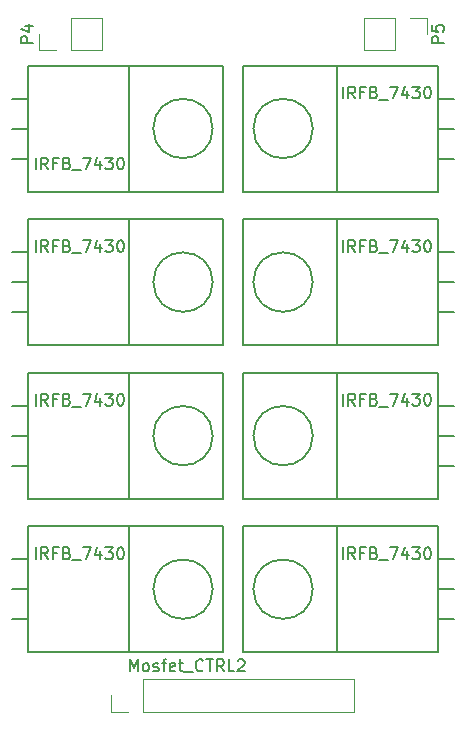
<source format=gbr>
G04 #@! TF.FileFunction,Legend,Top*
%FSLAX46Y46*%
G04 Gerber Fmt 4.6, Leading zero omitted, Abs format (unit mm)*
G04 Created by KiCad (PCBNEW 4.0.4-stable) date 01/02/18 12:20:26*
%MOMM*%
%LPD*%
G01*
G04 APERTURE LIST*
%ADD10C,0.100000*%
%ADD11C,0.150000*%
%ADD12C,0.120000*%
G04 APERTURE END LIST*
D10*
X172300000Y-119600000D02*
X172300000Y-119200000D01*
X172300000Y-120800000D02*
X172300000Y-119600000D01*
X172300000Y-120500000D02*
X172300000Y-120800000D01*
D11*
X172317000Y-82540000D02*
X173714000Y-82540000D01*
X172317000Y-80000000D02*
X173714000Y-80000000D01*
X172317000Y-77460000D02*
X173714000Y-77460000D01*
X161750472Y-80000000D02*
G75*
G03X161750472Y-80000000I-2514472J0D01*
G01*
X163808000Y-74666000D02*
X155807000Y-74666000D01*
X155807000Y-74666000D02*
X155807000Y-85334000D01*
X155807000Y-85334000D02*
X163808000Y-85334000D01*
X172317000Y-74666000D02*
X163808000Y-74666000D01*
X163808000Y-74666000D02*
X163808000Y-85334000D01*
X163808000Y-85334000D02*
X172317000Y-85334000D01*
X172317000Y-80000000D02*
X172317000Y-85334000D01*
X172317000Y-80000000D02*
X172317000Y-74666000D01*
X137683000Y-90460000D02*
X136286000Y-90460000D01*
X137683000Y-93000000D02*
X136286000Y-93000000D01*
X137683000Y-95540000D02*
X136286000Y-95540000D01*
X153278472Y-93000000D02*
G75*
G03X153278472Y-93000000I-2514472J0D01*
G01*
X146192000Y-98334000D02*
X154193000Y-98334000D01*
X154193000Y-98334000D02*
X154193000Y-87666000D01*
X154193000Y-87666000D02*
X146192000Y-87666000D01*
X137683000Y-98334000D02*
X146192000Y-98334000D01*
X146192000Y-98334000D02*
X146192000Y-87666000D01*
X146192000Y-87666000D02*
X137683000Y-87666000D01*
X137683000Y-93000000D02*
X137683000Y-87666000D01*
X137683000Y-93000000D02*
X137683000Y-98334000D01*
X172317000Y-95540000D02*
X173714000Y-95540000D01*
X172317000Y-93000000D02*
X173714000Y-93000000D01*
X172317000Y-90460000D02*
X173714000Y-90460000D01*
X161750472Y-93000000D02*
G75*
G03X161750472Y-93000000I-2514472J0D01*
G01*
X163808000Y-87666000D02*
X155807000Y-87666000D01*
X155807000Y-87666000D02*
X155807000Y-98334000D01*
X155807000Y-98334000D02*
X163808000Y-98334000D01*
X172317000Y-87666000D02*
X163808000Y-87666000D01*
X163808000Y-87666000D02*
X163808000Y-98334000D01*
X163808000Y-98334000D02*
X172317000Y-98334000D01*
X172317000Y-93000000D02*
X172317000Y-98334000D01*
X172317000Y-93000000D02*
X172317000Y-87666000D01*
X137683000Y-77460000D02*
X136286000Y-77460000D01*
X137683000Y-80000000D02*
X136286000Y-80000000D01*
X137683000Y-82540000D02*
X136286000Y-82540000D01*
X153278472Y-80000000D02*
G75*
G03X153278472Y-80000000I-2514472J0D01*
G01*
X146192000Y-85334000D02*
X154193000Y-85334000D01*
X154193000Y-85334000D02*
X154193000Y-74666000D01*
X154193000Y-74666000D02*
X146192000Y-74666000D01*
X137683000Y-85334000D02*
X146192000Y-85334000D01*
X146192000Y-85334000D02*
X146192000Y-74666000D01*
X146192000Y-74666000D02*
X137683000Y-74666000D01*
X137683000Y-80000000D02*
X137683000Y-74666000D01*
X137683000Y-80000000D02*
X137683000Y-85334000D01*
D12*
X141270000Y-73390000D02*
X143930000Y-73390000D01*
X143930000Y-73390000D02*
X143930000Y-70610000D01*
X143930000Y-70610000D02*
X141270000Y-70610000D01*
X141270000Y-70610000D02*
X141270000Y-73390000D01*
X140000000Y-73390000D02*
X138610000Y-73390000D01*
X138610000Y-73390000D02*
X138610000Y-72000000D01*
X168730000Y-70610000D02*
X166070000Y-70610000D01*
X166070000Y-70610000D02*
X166070000Y-73390000D01*
X166070000Y-73390000D02*
X168730000Y-73390000D01*
X168730000Y-73390000D02*
X168730000Y-70610000D01*
X170000000Y-70610000D02*
X171390000Y-70610000D01*
X171390000Y-70610000D02*
X171390000Y-72000000D01*
D11*
X172317000Y-121540000D02*
X173714000Y-121540000D01*
X172317000Y-119000000D02*
X173714000Y-119000000D01*
X172317000Y-116460000D02*
X173714000Y-116460000D01*
X161750472Y-119000000D02*
G75*
G03X161750472Y-119000000I-2514472J0D01*
G01*
X163808000Y-113666000D02*
X155807000Y-113666000D01*
X155807000Y-113666000D02*
X155807000Y-124334000D01*
X155807000Y-124334000D02*
X163808000Y-124334000D01*
X172317000Y-113666000D02*
X163808000Y-113666000D01*
X163808000Y-113666000D02*
X163808000Y-124334000D01*
X163808000Y-124334000D02*
X172317000Y-124334000D01*
X172317000Y-119000000D02*
X172317000Y-124334000D01*
X172317000Y-119000000D02*
X172317000Y-113666000D01*
X172317000Y-108540000D02*
X173714000Y-108540000D01*
X172317000Y-106000000D02*
X173714000Y-106000000D01*
X172317000Y-103460000D02*
X173714000Y-103460000D01*
X161750472Y-106000000D02*
G75*
G03X161750472Y-106000000I-2514472J0D01*
G01*
X163808000Y-100666000D02*
X155807000Y-100666000D01*
X155807000Y-100666000D02*
X155807000Y-111334000D01*
X155807000Y-111334000D02*
X163808000Y-111334000D01*
X172317000Y-100666000D02*
X163808000Y-100666000D01*
X163808000Y-100666000D02*
X163808000Y-111334000D01*
X163808000Y-111334000D02*
X172317000Y-111334000D01*
X172317000Y-106000000D02*
X172317000Y-111334000D01*
X172317000Y-106000000D02*
X172317000Y-100666000D01*
X137683000Y-103460000D02*
X136286000Y-103460000D01*
X137683000Y-106000000D02*
X136286000Y-106000000D01*
X137683000Y-108540000D02*
X136286000Y-108540000D01*
X153278472Y-106000000D02*
G75*
G03X153278472Y-106000000I-2514472J0D01*
G01*
X146192000Y-111334000D02*
X154193000Y-111334000D01*
X154193000Y-111334000D02*
X154193000Y-100666000D01*
X154193000Y-100666000D02*
X146192000Y-100666000D01*
X137683000Y-111334000D02*
X146192000Y-111334000D01*
X146192000Y-111334000D02*
X146192000Y-100666000D01*
X146192000Y-100666000D02*
X137683000Y-100666000D01*
X137683000Y-106000000D02*
X137683000Y-100666000D01*
X137683000Y-106000000D02*
X137683000Y-111334000D01*
X137683000Y-116460000D02*
X136286000Y-116460000D01*
X137683000Y-119000000D02*
X136286000Y-119000000D01*
X137683000Y-121540000D02*
X136286000Y-121540000D01*
X153278472Y-119000000D02*
G75*
G03X153278472Y-119000000I-2514472J0D01*
G01*
X146192000Y-124334000D02*
X154193000Y-124334000D01*
X154193000Y-124334000D02*
X154193000Y-113666000D01*
X154193000Y-113666000D02*
X146192000Y-113666000D01*
X137683000Y-124334000D02*
X146192000Y-124334000D01*
X146192000Y-124334000D02*
X146192000Y-113666000D01*
X146192000Y-113666000D02*
X137683000Y-113666000D01*
X137683000Y-119000000D02*
X137683000Y-113666000D01*
X137683000Y-119000000D02*
X137683000Y-124334000D01*
D12*
X147370000Y-129390000D02*
X165270000Y-129390000D01*
X165270000Y-129390000D02*
X165270000Y-126610000D01*
X165270000Y-126610000D02*
X147370000Y-126610000D01*
X147370000Y-126610000D02*
X147370000Y-129390000D01*
X146100000Y-129390000D02*
X144710000Y-129390000D01*
X144710000Y-129390000D02*
X144710000Y-128000000D01*
D11*
X164285714Y-77452381D02*
X164285714Y-76452381D01*
X165333333Y-77452381D02*
X164999999Y-76976190D01*
X164761904Y-77452381D02*
X164761904Y-76452381D01*
X165142857Y-76452381D01*
X165238095Y-76500000D01*
X165285714Y-76547619D01*
X165333333Y-76642857D01*
X165333333Y-76785714D01*
X165285714Y-76880952D01*
X165238095Y-76928571D01*
X165142857Y-76976190D01*
X164761904Y-76976190D01*
X166095238Y-76928571D02*
X165761904Y-76928571D01*
X165761904Y-77452381D02*
X165761904Y-76452381D01*
X166238095Y-76452381D01*
X166952381Y-76928571D02*
X167095238Y-76976190D01*
X167142857Y-77023810D01*
X167190476Y-77119048D01*
X167190476Y-77261905D01*
X167142857Y-77357143D01*
X167095238Y-77404762D01*
X167000000Y-77452381D01*
X166619047Y-77452381D01*
X166619047Y-76452381D01*
X166952381Y-76452381D01*
X167047619Y-76500000D01*
X167095238Y-76547619D01*
X167142857Y-76642857D01*
X167142857Y-76738095D01*
X167095238Y-76833333D01*
X167047619Y-76880952D01*
X166952381Y-76928571D01*
X166619047Y-76928571D01*
X167380952Y-77547619D02*
X168142857Y-77547619D01*
X168285714Y-76452381D02*
X168952381Y-76452381D01*
X168523809Y-77452381D01*
X169761905Y-76785714D02*
X169761905Y-77452381D01*
X169523809Y-76404762D02*
X169285714Y-77119048D01*
X169904762Y-77119048D01*
X170190476Y-76452381D02*
X170809524Y-76452381D01*
X170476190Y-76833333D01*
X170619048Y-76833333D01*
X170714286Y-76880952D01*
X170761905Y-76928571D01*
X170809524Y-77023810D01*
X170809524Y-77261905D01*
X170761905Y-77357143D01*
X170714286Y-77404762D01*
X170619048Y-77452381D01*
X170333333Y-77452381D01*
X170238095Y-77404762D01*
X170190476Y-77357143D01*
X171428571Y-76452381D02*
X171523810Y-76452381D01*
X171619048Y-76500000D01*
X171666667Y-76547619D01*
X171714286Y-76642857D01*
X171761905Y-76833333D01*
X171761905Y-77071429D01*
X171714286Y-77261905D01*
X171666667Y-77357143D01*
X171619048Y-77404762D01*
X171523810Y-77452381D01*
X171428571Y-77452381D01*
X171333333Y-77404762D01*
X171285714Y-77357143D01*
X171238095Y-77261905D01*
X171190476Y-77071429D01*
X171190476Y-76833333D01*
X171238095Y-76642857D01*
X171285714Y-76547619D01*
X171333333Y-76500000D01*
X171428571Y-76452381D01*
X138285714Y-90452381D02*
X138285714Y-89452381D01*
X139333333Y-90452381D02*
X138999999Y-89976190D01*
X138761904Y-90452381D02*
X138761904Y-89452381D01*
X139142857Y-89452381D01*
X139238095Y-89500000D01*
X139285714Y-89547619D01*
X139333333Y-89642857D01*
X139333333Y-89785714D01*
X139285714Y-89880952D01*
X139238095Y-89928571D01*
X139142857Y-89976190D01*
X138761904Y-89976190D01*
X140095238Y-89928571D02*
X139761904Y-89928571D01*
X139761904Y-90452381D02*
X139761904Y-89452381D01*
X140238095Y-89452381D01*
X140952381Y-89928571D02*
X141095238Y-89976190D01*
X141142857Y-90023810D01*
X141190476Y-90119048D01*
X141190476Y-90261905D01*
X141142857Y-90357143D01*
X141095238Y-90404762D01*
X141000000Y-90452381D01*
X140619047Y-90452381D01*
X140619047Y-89452381D01*
X140952381Y-89452381D01*
X141047619Y-89500000D01*
X141095238Y-89547619D01*
X141142857Y-89642857D01*
X141142857Y-89738095D01*
X141095238Y-89833333D01*
X141047619Y-89880952D01*
X140952381Y-89928571D01*
X140619047Y-89928571D01*
X141380952Y-90547619D02*
X142142857Y-90547619D01*
X142285714Y-89452381D02*
X142952381Y-89452381D01*
X142523809Y-90452381D01*
X143761905Y-89785714D02*
X143761905Y-90452381D01*
X143523809Y-89404762D02*
X143285714Y-90119048D01*
X143904762Y-90119048D01*
X144190476Y-89452381D02*
X144809524Y-89452381D01*
X144476190Y-89833333D01*
X144619048Y-89833333D01*
X144714286Y-89880952D01*
X144761905Y-89928571D01*
X144809524Y-90023810D01*
X144809524Y-90261905D01*
X144761905Y-90357143D01*
X144714286Y-90404762D01*
X144619048Y-90452381D01*
X144333333Y-90452381D01*
X144238095Y-90404762D01*
X144190476Y-90357143D01*
X145428571Y-89452381D02*
X145523810Y-89452381D01*
X145619048Y-89500000D01*
X145666667Y-89547619D01*
X145714286Y-89642857D01*
X145761905Y-89833333D01*
X145761905Y-90071429D01*
X145714286Y-90261905D01*
X145666667Y-90357143D01*
X145619048Y-90404762D01*
X145523810Y-90452381D01*
X145428571Y-90452381D01*
X145333333Y-90404762D01*
X145285714Y-90357143D01*
X145238095Y-90261905D01*
X145190476Y-90071429D01*
X145190476Y-89833333D01*
X145238095Y-89642857D01*
X145285714Y-89547619D01*
X145333333Y-89500000D01*
X145428571Y-89452381D01*
X164285714Y-90452381D02*
X164285714Y-89452381D01*
X165333333Y-90452381D02*
X164999999Y-89976190D01*
X164761904Y-90452381D02*
X164761904Y-89452381D01*
X165142857Y-89452381D01*
X165238095Y-89500000D01*
X165285714Y-89547619D01*
X165333333Y-89642857D01*
X165333333Y-89785714D01*
X165285714Y-89880952D01*
X165238095Y-89928571D01*
X165142857Y-89976190D01*
X164761904Y-89976190D01*
X166095238Y-89928571D02*
X165761904Y-89928571D01*
X165761904Y-90452381D02*
X165761904Y-89452381D01*
X166238095Y-89452381D01*
X166952381Y-89928571D02*
X167095238Y-89976190D01*
X167142857Y-90023810D01*
X167190476Y-90119048D01*
X167190476Y-90261905D01*
X167142857Y-90357143D01*
X167095238Y-90404762D01*
X167000000Y-90452381D01*
X166619047Y-90452381D01*
X166619047Y-89452381D01*
X166952381Y-89452381D01*
X167047619Y-89500000D01*
X167095238Y-89547619D01*
X167142857Y-89642857D01*
X167142857Y-89738095D01*
X167095238Y-89833333D01*
X167047619Y-89880952D01*
X166952381Y-89928571D01*
X166619047Y-89928571D01*
X167380952Y-90547619D02*
X168142857Y-90547619D01*
X168285714Y-89452381D02*
X168952381Y-89452381D01*
X168523809Y-90452381D01*
X169761905Y-89785714D02*
X169761905Y-90452381D01*
X169523809Y-89404762D02*
X169285714Y-90119048D01*
X169904762Y-90119048D01*
X170190476Y-89452381D02*
X170809524Y-89452381D01*
X170476190Y-89833333D01*
X170619048Y-89833333D01*
X170714286Y-89880952D01*
X170761905Y-89928571D01*
X170809524Y-90023810D01*
X170809524Y-90261905D01*
X170761905Y-90357143D01*
X170714286Y-90404762D01*
X170619048Y-90452381D01*
X170333333Y-90452381D01*
X170238095Y-90404762D01*
X170190476Y-90357143D01*
X171428571Y-89452381D02*
X171523810Y-89452381D01*
X171619048Y-89500000D01*
X171666667Y-89547619D01*
X171714286Y-89642857D01*
X171761905Y-89833333D01*
X171761905Y-90071429D01*
X171714286Y-90261905D01*
X171666667Y-90357143D01*
X171619048Y-90404762D01*
X171523810Y-90452381D01*
X171428571Y-90452381D01*
X171333333Y-90404762D01*
X171285714Y-90357143D01*
X171238095Y-90261905D01*
X171190476Y-90071429D01*
X171190476Y-89833333D01*
X171238095Y-89642857D01*
X171285714Y-89547619D01*
X171333333Y-89500000D01*
X171428571Y-89452381D01*
X138285714Y-83452381D02*
X138285714Y-82452381D01*
X139333333Y-83452381D02*
X138999999Y-82976190D01*
X138761904Y-83452381D02*
X138761904Y-82452381D01*
X139142857Y-82452381D01*
X139238095Y-82500000D01*
X139285714Y-82547619D01*
X139333333Y-82642857D01*
X139333333Y-82785714D01*
X139285714Y-82880952D01*
X139238095Y-82928571D01*
X139142857Y-82976190D01*
X138761904Y-82976190D01*
X140095238Y-82928571D02*
X139761904Y-82928571D01*
X139761904Y-83452381D02*
X139761904Y-82452381D01*
X140238095Y-82452381D01*
X140952381Y-82928571D02*
X141095238Y-82976190D01*
X141142857Y-83023810D01*
X141190476Y-83119048D01*
X141190476Y-83261905D01*
X141142857Y-83357143D01*
X141095238Y-83404762D01*
X141000000Y-83452381D01*
X140619047Y-83452381D01*
X140619047Y-82452381D01*
X140952381Y-82452381D01*
X141047619Y-82500000D01*
X141095238Y-82547619D01*
X141142857Y-82642857D01*
X141142857Y-82738095D01*
X141095238Y-82833333D01*
X141047619Y-82880952D01*
X140952381Y-82928571D01*
X140619047Y-82928571D01*
X141380952Y-83547619D02*
X142142857Y-83547619D01*
X142285714Y-82452381D02*
X142952381Y-82452381D01*
X142523809Y-83452381D01*
X143761905Y-82785714D02*
X143761905Y-83452381D01*
X143523809Y-82404762D02*
X143285714Y-83119048D01*
X143904762Y-83119048D01*
X144190476Y-82452381D02*
X144809524Y-82452381D01*
X144476190Y-82833333D01*
X144619048Y-82833333D01*
X144714286Y-82880952D01*
X144761905Y-82928571D01*
X144809524Y-83023810D01*
X144809524Y-83261905D01*
X144761905Y-83357143D01*
X144714286Y-83404762D01*
X144619048Y-83452381D01*
X144333333Y-83452381D01*
X144238095Y-83404762D01*
X144190476Y-83357143D01*
X145428571Y-82452381D02*
X145523810Y-82452381D01*
X145619048Y-82500000D01*
X145666667Y-82547619D01*
X145714286Y-82642857D01*
X145761905Y-82833333D01*
X145761905Y-83071429D01*
X145714286Y-83261905D01*
X145666667Y-83357143D01*
X145619048Y-83404762D01*
X145523810Y-83452381D01*
X145428571Y-83452381D01*
X145333333Y-83404762D01*
X145285714Y-83357143D01*
X145238095Y-83261905D01*
X145190476Y-83071429D01*
X145190476Y-82833333D01*
X145238095Y-82642857D01*
X145285714Y-82547619D01*
X145333333Y-82500000D01*
X145428571Y-82452381D01*
X138062381Y-72738095D02*
X137062381Y-72738095D01*
X137062381Y-72357142D01*
X137110000Y-72261904D01*
X137157619Y-72214285D01*
X137252857Y-72166666D01*
X137395714Y-72166666D01*
X137490952Y-72214285D01*
X137538571Y-72261904D01*
X137586190Y-72357142D01*
X137586190Y-72738095D01*
X137395714Y-71309523D02*
X138062381Y-71309523D01*
X137014762Y-71547619D02*
X137729048Y-71785714D01*
X137729048Y-71166666D01*
X172842381Y-72738095D02*
X171842381Y-72738095D01*
X171842381Y-72357142D01*
X171890000Y-72261904D01*
X171937619Y-72214285D01*
X172032857Y-72166666D01*
X172175714Y-72166666D01*
X172270952Y-72214285D01*
X172318571Y-72261904D01*
X172366190Y-72357142D01*
X172366190Y-72738095D01*
X171842381Y-71261904D02*
X171842381Y-71738095D01*
X172318571Y-71785714D01*
X172270952Y-71738095D01*
X172223333Y-71642857D01*
X172223333Y-71404761D01*
X172270952Y-71309523D01*
X172318571Y-71261904D01*
X172413810Y-71214285D01*
X172651905Y-71214285D01*
X172747143Y-71261904D01*
X172794762Y-71309523D01*
X172842381Y-71404761D01*
X172842381Y-71642857D01*
X172794762Y-71738095D01*
X172747143Y-71785714D01*
X164285714Y-116452381D02*
X164285714Y-115452381D01*
X165333333Y-116452381D02*
X164999999Y-115976190D01*
X164761904Y-116452381D02*
X164761904Y-115452381D01*
X165142857Y-115452381D01*
X165238095Y-115500000D01*
X165285714Y-115547619D01*
X165333333Y-115642857D01*
X165333333Y-115785714D01*
X165285714Y-115880952D01*
X165238095Y-115928571D01*
X165142857Y-115976190D01*
X164761904Y-115976190D01*
X166095238Y-115928571D02*
X165761904Y-115928571D01*
X165761904Y-116452381D02*
X165761904Y-115452381D01*
X166238095Y-115452381D01*
X166952381Y-115928571D02*
X167095238Y-115976190D01*
X167142857Y-116023810D01*
X167190476Y-116119048D01*
X167190476Y-116261905D01*
X167142857Y-116357143D01*
X167095238Y-116404762D01*
X167000000Y-116452381D01*
X166619047Y-116452381D01*
X166619047Y-115452381D01*
X166952381Y-115452381D01*
X167047619Y-115500000D01*
X167095238Y-115547619D01*
X167142857Y-115642857D01*
X167142857Y-115738095D01*
X167095238Y-115833333D01*
X167047619Y-115880952D01*
X166952381Y-115928571D01*
X166619047Y-115928571D01*
X167380952Y-116547619D02*
X168142857Y-116547619D01*
X168285714Y-115452381D02*
X168952381Y-115452381D01*
X168523809Y-116452381D01*
X169761905Y-115785714D02*
X169761905Y-116452381D01*
X169523809Y-115404762D02*
X169285714Y-116119048D01*
X169904762Y-116119048D01*
X170190476Y-115452381D02*
X170809524Y-115452381D01*
X170476190Y-115833333D01*
X170619048Y-115833333D01*
X170714286Y-115880952D01*
X170761905Y-115928571D01*
X170809524Y-116023810D01*
X170809524Y-116261905D01*
X170761905Y-116357143D01*
X170714286Y-116404762D01*
X170619048Y-116452381D01*
X170333333Y-116452381D01*
X170238095Y-116404762D01*
X170190476Y-116357143D01*
X171428571Y-115452381D02*
X171523810Y-115452381D01*
X171619048Y-115500000D01*
X171666667Y-115547619D01*
X171714286Y-115642857D01*
X171761905Y-115833333D01*
X171761905Y-116071429D01*
X171714286Y-116261905D01*
X171666667Y-116357143D01*
X171619048Y-116404762D01*
X171523810Y-116452381D01*
X171428571Y-116452381D01*
X171333333Y-116404762D01*
X171285714Y-116357143D01*
X171238095Y-116261905D01*
X171190476Y-116071429D01*
X171190476Y-115833333D01*
X171238095Y-115642857D01*
X171285714Y-115547619D01*
X171333333Y-115500000D01*
X171428571Y-115452381D01*
X164285714Y-103452381D02*
X164285714Y-102452381D01*
X165333333Y-103452381D02*
X164999999Y-102976190D01*
X164761904Y-103452381D02*
X164761904Y-102452381D01*
X165142857Y-102452381D01*
X165238095Y-102500000D01*
X165285714Y-102547619D01*
X165333333Y-102642857D01*
X165333333Y-102785714D01*
X165285714Y-102880952D01*
X165238095Y-102928571D01*
X165142857Y-102976190D01*
X164761904Y-102976190D01*
X166095238Y-102928571D02*
X165761904Y-102928571D01*
X165761904Y-103452381D02*
X165761904Y-102452381D01*
X166238095Y-102452381D01*
X166952381Y-102928571D02*
X167095238Y-102976190D01*
X167142857Y-103023810D01*
X167190476Y-103119048D01*
X167190476Y-103261905D01*
X167142857Y-103357143D01*
X167095238Y-103404762D01*
X167000000Y-103452381D01*
X166619047Y-103452381D01*
X166619047Y-102452381D01*
X166952381Y-102452381D01*
X167047619Y-102500000D01*
X167095238Y-102547619D01*
X167142857Y-102642857D01*
X167142857Y-102738095D01*
X167095238Y-102833333D01*
X167047619Y-102880952D01*
X166952381Y-102928571D01*
X166619047Y-102928571D01*
X167380952Y-103547619D02*
X168142857Y-103547619D01*
X168285714Y-102452381D02*
X168952381Y-102452381D01*
X168523809Y-103452381D01*
X169761905Y-102785714D02*
X169761905Y-103452381D01*
X169523809Y-102404762D02*
X169285714Y-103119048D01*
X169904762Y-103119048D01*
X170190476Y-102452381D02*
X170809524Y-102452381D01*
X170476190Y-102833333D01*
X170619048Y-102833333D01*
X170714286Y-102880952D01*
X170761905Y-102928571D01*
X170809524Y-103023810D01*
X170809524Y-103261905D01*
X170761905Y-103357143D01*
X170714286Y-103404762D01*
X170619048Y-103452381D01*
X170333333Y-103452381D01*
X170238095Y-103404762D01*
X170190476Y-103357143D01*
X171428571Y-102452381D02*
X171523810Y-102452381D01*
X171619048Y-102500000D01*
X171666667Y-102547619D01*
X171714286Y-102642857D01*
X171761905Y-102833333D01*
X171761905Y-103071429D01*
X171714286Y-103261905D01*
X171666667Y-103357143D01*
X171619048Y-103404762D01*
X171523810Y-103452381D01*
X171428571Y-103452381D01*
X171333333Y-103404762D01*
X171285714Y-103357143D01*
X171238095Y-103261905D01*
X171190476Y-103071429D01*
X171190476Y-102833333D01*
X171238095Y-102642857D01*
X171285714Y-102547619D01*
X171333333Y-102500000D01*
X171428571Y-102452381D01*
X138285714Y-103452381D02*
X138285714Y-102452381D01*
X139333333Y-103452381D02*
X138999999Y-102976190D01*
X138761904Y-103452381D02*
X138761904Y-102452381D01*
X139142857Y-102452381D01*
X139238095Y-102500000D01*
X139285714Y-102547619D01*
X139333333Y-102642857D01*
X139333333Y-102785714D01*
X139285714Y-102880952D01*
X139238095Y-102928571D01*
X139142857Y-102976190D01*
X138761904Y-102976190D01*
X140095238Y-102928571D02*
X139761904Y-102928571D01*
X139761904Y-103452381D02*
X139761904Y-102452381D01*
X140238095Y-102452381D01*
X140952381Y-102928571D02*
X141095238Y-102976190D01*
X141142857Y-103023810D01*
X141190476Y-103119048D01*
X141190476Y-103261905D01*
X141142857Y-103357143D01*
X141095238Y-103404762D01*
X141000000Y-103452381D01*
X140619047Y-103452381D01*
X140619047Y-102452381D01*
X140952381Y-102452381D01*
X141047619Y-102500000D01*
X141095238Y-102547619D01*
X141142857Y-102642857D01*
X141142857Y-102738095D01*
X141095238Y-102833333D01*
X141047619Y-102880952D01*
X140952381Y-102928571D01*
X140619047Y-102928571D01*
X141380952Y-103547619D02*
X142142857Y-103547619D01*
X142285714Y-102452381D02*
X142952381Y-102452381D01*
X142523809Y-103452381D01*
X143761905Y-102785714D02*
X143761905Y-103452381D01*
X143523809Y-102404762D02*
X143285714Y-103119048D01*
X143904762Y-103119048D01*
X144190476Y-102452381D02*
X144809524Y-102452381D01*
X144476190Y-102833333D01*
X144619048Y-102833333D01*
X144714286Y-102880952D01*
X144761905Y-102928571D01*
X144809524Y-103023810D01*
X144809524Y-103261905D01*
X144761905Y-103357143D01*
X144714286Y-103404762D01*
X144619048Y-103452381D01*
X144333333Y-103452381D01*
X144238095Y-103404762D01*
X144190476Y-103357143D01*
X145428571Y-102452381D02*
X145523810Y-102452381D01*
X145619048Y-102500000D01*
X145666667Y-102547619D01*
X145714286Y-102642857D01*
X145761905Y-102833333D01*
X145761905Y-103071429D01*
X145714286Y-103261905D01*
X145666667Y-103357143D01*
X145619048Y-103404762D01*
X145523810Y-103452381D01*
X145428571Y-103452381D01*
X145333333Y-103404762D01*
X145285714Y-103357143D01*
X145238095Y-103261905D01*
X145190476Y-103071429D01*
X145190476Y-102833333D01*
X145238095Y-102642857D01*
X145285714Y-102547619D01*
X145333333Y-102500000D01*
X145428571Y-102452381D01*
X138285714Y-116452381D02*
X138285714Y-115452381D01*
X139333333Y-116452381D02*
X138999999Y-115976190D01*
X138761904Y-116452381D02*
X138761904Y-115452381D01*
X139142857Y-115452381D01*
X139238095Y-115500000D01*
X139285714Y-115547619D01*
X139333333Y-115642857D01*
X139333333Y-115785714D01*
X139285714Y-115880952D01*
X139238095Y-115928571D01*
X139142857Y-115976190D01*
X138761904Y-115976190D01*
X140095238Y-115928571D02*
X139761904Y-115928571D01*
X139761904Y-116452381D02*
X139761904Y-115452381D01*
X140238095Y-115452381D01*
X140952381Y-115928571D02*
X141095238Y-115976190D01*
X141142857Y-116023810D01*
X141190476Y-116119048D01*
X141190476Y-116261905D01*
X141142857Y-116357143D01*
X141095238Y-116404762D01*
X141000000Y-116452381D01*
X140619047Y-116452381D01*
X140619047Y-115452381D01*
X140952381Y-115452381D01*
X141047619Y-115500000D01*
X141095238Y-115547619D01*
X141142857Y-115642857D01*
X141142857Y-115738095D01*
X141095238Y-115833333D01*
X141047619Y-115880952D01*
X140952381Y-115928571D01*
X140619047Y-115928571D01*
X141380952Y-116547619D02*
X142142857Y-116547619D01*
X142285714Y-115452381D02*
X142952381Y-115452381D01*
X142523809Y-116452381D01*
X143761905Y-115785714D02*
X143761905Y-116452381D01*
X143523809Y-115404762D02*
X143285714Y-116119048D01*
X143904762Y-116119048D01*
X144190476Y-115452381D02*
X144809524Y-115452381D01*
X144476190Y-115833333D01*
X144619048Y-115833333D01*
X144714286Y-115880952D01*
X144761905Y-115928571D01*
X144809524Y-116023810D01*
X144809524Y-116261905D01*
X144761905Y-116357143D01*
X144714286Y-116404762D01*
X144619048Y-116452381D01*
X144333333Y-116452381D01*
X144238095Y-116404762D01*
X144190476Y-116357143D01*
X145428571Y-115452381D02*
X145523810Y-115452381D01*
X145619048Y-115500000D01*
X145666667Y-115547619D01*
X145714286Y-115642857D01*
X145761905Y-115833333D01*
X145761905Y-116071429D01*
X145714286Y-116261905D01*
X145666667Y-116357143D01*
X145619048Y-116404762D01*
X145523810Y-116452381D01*
X145428571Y-116452381D01*
X145333333Y-116404762D01*
X145285714Y-116357143D01*
X145238095Y-116261905D01*
X145190476Y-116071429D01*
X145190476Y-115833333D01*
X145238095Y-115642857D01*
X145285714Y-115547619D01*
X145333333Y-115500000D01*
X145428571Y-115452381D01*
X146266666Y-125952381D02*
X146266666Y-124952381D01*
X146600000Y-125666667D01*
X146933333Y-124952381D01*
X146933333Y-125952381D01*
X147552380Y-125952381D02*
X147457142Y-125904762D01*
X147409523Y-125857143D01*
X147361904Y-125761905D01*
X147361904Y-125476190D01*
X147409523Y-125380952D01*
X147457142Y-125333333D01*
X147552380Y-125285714D01*
X147695238Y-125285714D01*
X147790476Y-125333333D01*
X147838095Y-125380952D01*
X147885714Y-125476190D01*
X147885714Y-125761905D01*
X147838095Y-125857143D01*
X147790476Y-125904762D01*
X147695238Y-125952381D01*
X147552380Y-125952381D01*
X148266666Y-125904762D02*
X148361904Y-125952381D01*
X148552380Y-125952381D01*
X148647619Y-125904762D01*
X148695238Y-125809524D01*
X148695238Y-125761905D01*
X148647619Y-125666667D01*
X148552380Y-125619048D01*
X148409523Y-125619048D01*
X148314285Y-125571429D01*
X148266666Y-125476190D01*
X148266666Y-125428571D01*
X148314285Y-125333333D01*
X148409523Y-125285714D01*
X148552380Y-125285714D01*
X148647619Y-125333333D01*
X148980952Y-125285714D02*
X149361904Y-125285714D01*
X149123809Y-125952381D02*
X149123809Y-125095238D01*
X149171428Y-125000000D01*
X149266666Y-124952381D01*
X149361904Y-124952381D01*
X150076191Y-125904762D02*
X149980953Y-125952381D01*
X149790476Y-125952381D01*
X149695238Y-125904762D01*
X149647619Y-125809524D01*
X149647619Y-125428571D01*
X149695238Y-125333333D01*
X149790476Y-125285714D01*
X149980953Y-125285714D01*
X150076191Y-125333333D01*
X150123810Y-125428571D01*
X150123810Y-125523810D01*
X149647619Y-125619048D01*
X150409524Y-125285714D02*
X150790476Y-125285714D01*
X150552381Y-124952381D02*
X150552381Y-125809524D01*
X150600000Y-125904762D01*
X150695238Y-125952381D01*
X150790476Y-125952381D01*
X150885715Y-126047619D02*
X151647620Y-126047619D01*
X152457144Y-125857143D02*
X152409525Y-125904762D01*
X152266668Y-125952381D01*
X152171430Y-125952381D01*
X152028572Y-125904762D01*
X151933334Y-125809524D01*
X151885715Y-125714286D01*
X151838096Y-125523810D01*
X151838096Y-125380952D01*
X151885715Y-125190476D01*
X151933334Y-125095238D01*
X152028572Y-125000000D01*
X152171430Y-124952381D01*
X152266668Y-124952381D01*
X152409525Y-125000000D01*
X152457144Y-125047619D01*
X152742858Y-124952381D02*
X153314287Y-124952381D01*
X153028572Y-125952381D02*
X153028572Y-124952381D01*
X154219049Y-125952381D02*
X153885715Y-125476190D01*
X153647620Y-125952381D02*
X153647620Y-124952381D01*
X154028573Y-124952381D01*
X154123811Y-125000000D01*
X154171430Y-125047619D01*
X154219049Y-125142857D01*
X154219049Y-125285714D01*
X154171430Y-125380952D01*
X154123811Y-125428571D01*
X154028573Y-125476190D01*
X153647620Y-125476190D01*
X155123811Y-125952381D02*
X154647620Y-125952381D01*
X154647620Y-124952381D01*
X155409525Y-125047619D02*
X155457144Y-125000000D01*
X155552382Y-124952381D01*
X155790478Y-124952381D01*
X155885716Y-125000000D01*
X155933335Y-125047619D01*
X155980954Y-125142857D01*
X155980954Y-125238095D01*
X155933335Y-125380952D01*
X155361906Y-125952381D01*
X155980954Y-125952381D01*
M02*

</source>
